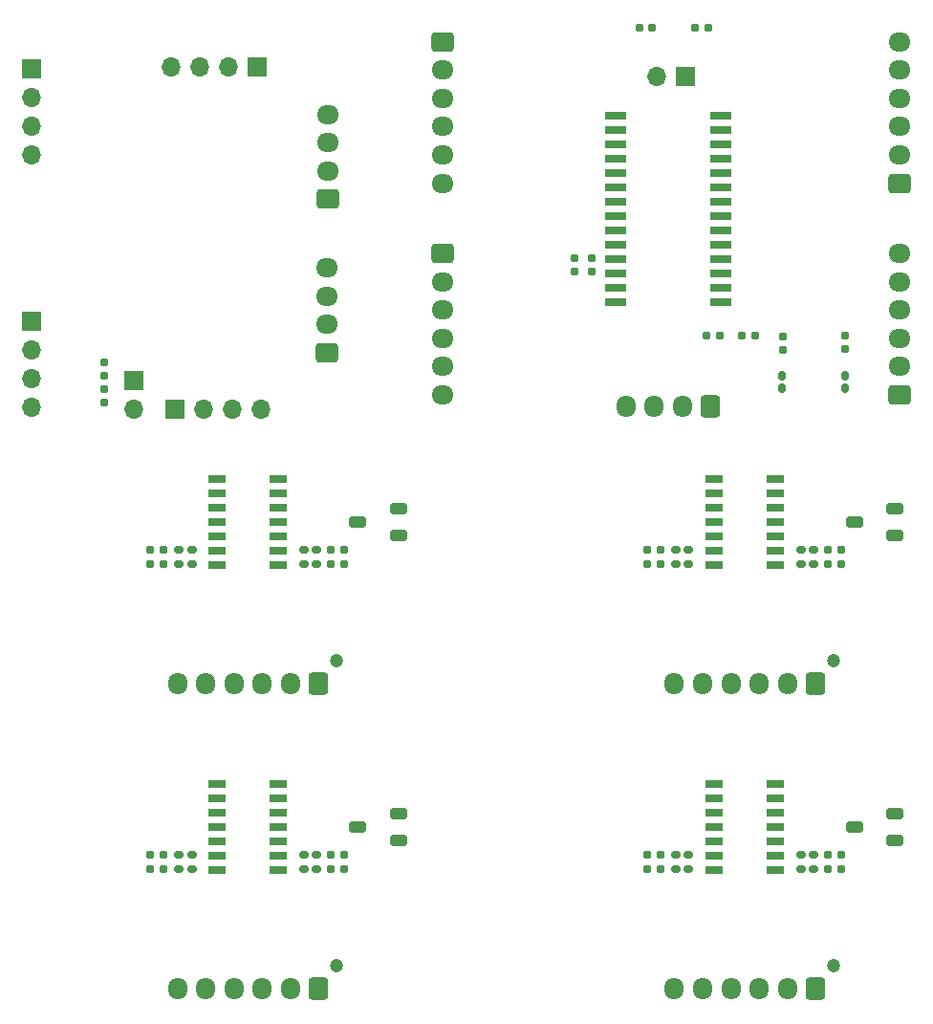
<source format=gbr>
%TF.GenerationSoftware,KiCad,Pcbnew,8.0.2*%
%TF.CreationDate,2024-05-05T14:43:23+02:00*%
%TF.ProjectId,Panelizacja 1,50616e65-6c69-47a6-9163-6a6120312e6b,rev?*%
%TF.SameCoordinates,Original*%
%TF.FileFunction,Soldermask,Top*%
%TF.FilePolarity,Negative*%
%FSLAX46Y46*%
G04 Gerber Fmt 4.6, Leading zero omitted, Abs format (unit mm)*
G04 Created by KiCad (PCBNEW 8.0.2) date 2024-05-05 14:43:23*
%MOMM*%
%LPD*%
G01*
G04 APERTURE LIST*
G04 Aperture macros list*
%AMRoundRect*
0 Rectangle with rounded corners*
0 $1 Rounding radius*
0 $2 $3 $4 $5 $6 $7 $8 $9 X,Y pos of 4 corners*
0 Add a 4 corners polygon primitive as box body*
4,1,4,$2,$3,$4,$5,$6,$7,$8,$9,$2,$3,0*
0 Add four circle primitives for the rounded corners*
1,1,$1+$1,$2,$3*
1,1,$1+$1,$4,$5*
1,1,$1+$1,$6,$7*
1,1,$1+$1,$8,$9*
0 Add four rect primitives between the rounded corners*
20,1,$1+$1,$2,$3,$4,$5,0*
20,1,$1+$1,$4,$5,$6,$7,0*
20,1,$1+$1,$6,$7,$8,$9,0*
20,1,$1+$1,$8,$9,$2,$3,0*%
G04 Aperture macros list end*
%ADD10RoundRect,0.155000X-0.155000X0.212500X-0.155000X-0.212500X0.155000X-0.212500X0.155000X0.212500X0*%
%ADD11RoundRect,0.155000X0.212500X0.155000X-0.212500X0.155000X-0.212500X-0.155000X0.212500X-0.155000X0*%
%ADD12R,1.700000X1.700000*%
%ADD13O,1.700000X1.700000*%
%ADD14RoundRect,0.160000X0.160000X-0.222500X0.160000X0.222500X-0.160000X0.222500X-0.160000X-0.222500X0*%
%ADD15RoundRect,0.250000X0.600000X0.725000X-0.600000X0.725000X-0.600000X-0.725000X0.600000X-0.725000X0*%
%ADD16O,1.700000X1.950000*%
%ADD17RoundRect,0.250000X0.725000X-0.600000X0.725000X0.600000X-0.725000X0.600000X-0.725000X-0.600000X0*%
%ADD18O,1.950000X1.700000*%
%ADD19RoundRect,0.160000X-0.197500X-0.160000X0.197500X-0.160000X0.197500X0.160000X-0.197500X0.160000X0*%
%ADD20R,1.850000X0.650000*%
%ADD21RoundRect,0.250000X-0.725000X0.600000X-0.725000X-0.600000X0.725000X-0.600000X0.725000X0.600000X0*%
%ADD22RoundRect,0.160000X-0.160000X0.197500X-0.160000X-0.197500X0.160000X-0.197500X0.160000X0.197500X0*%
%ADD23RoundRect,0.160000X0.197500X0.160000X-0.197500X0.160000X-0.197500X-0.160000X0.197500X-0.160000X0*%
%ADD24RoundRect,0.250000X0.500000X0.250000X-0.500000X0.250000X-0.500000X-0.250000X0.500000X-0.250000X0*%
%ADD25RoundRect,0.160000X0.222500X0.160000X-0.222500X0.160000X-0.222500X-0.160000X0.222500X-0.160000X0*%
%ADD26C,1.200000*%
%ADD27RoundRect,0.160000X-0.222500X-0.160000X0.222500X-0.160000X0.222500X0.160000X-0.222500X0.160000X0*%
%ADD28R,1.525000X0.700000*%
G04 APERTURE END LIST*
D10*
%TO.C,C2*%
X66000000Y-48682500D03*
X66000000Y-49817500D03*
%TD*%
D11*
%TO.C,C1*%
X72817500Y-28250000D03*
X71682500Y-28250000D03*
%TD*%
D12*
%TO.C,J6*%
X75750000Y-32525000D03*
D13*
X73210000Y-32525000D03*
%TD*%
D14*
%TO.C,D1*%
X84300000Y-60172500D03*
X84300000Y-59027500D03*
%TD*%
D15*
%TO.C,J2*%
X78000000Y-61750000D03*
D16*
X75500000Y-61750000D03*
X73000000Y-61750000D03*
X70500000Y-61750000D03*
%TD*%
D17*
%TO.C,J1*%
X94750000Y-60750000D03*
D18*
X94750000Y-58250000D03*
X94750000Y-55750000D03*
X94750000Y-53250000D03*
X94750000Y-50750000D03*
X94750000Y-48250000D03*
%TD*%
D19*
%TO.C,R2*%
X80805000Y-55500000D03*
X82000000Y-55500000D03*
%TD*%
D10*
%TO.C,C3*%
X67500000Y-48682500D03*
X67500000Y-49817500D03*
%TD*%
D20*
%TO.C,IC1*%
X69575000Y-35995000D03*
X69575000Y-37265000D03*
X69575000Y-38535000D03*
X69575000Y-39805000D03*
X69575000Y-41075000D03*
X69575000Y-42345000D03*
X69575000Y-43615000D03*
X69575000Y-44885000D03*
X69575000Y-46155000D03*
X69575000Y-47425000D03*
X69575000Y-48695000D03*
X69575000Y-49965000D03*
X69575000Y-51235000D03*
X69575000Y-52505000D03*
X78925000Y-52505000D03*
X78925000Y-51235000D03*
X78925000Y-49965000D03*
X78925000Y-48695000D03*
X78925000Y-47425000D03*
X78925000Y-46155000D03*
X78925000Y-44885000D03*
X78925000Y-43615000D03*
X78925000Y-42345000D03*
X78925000Y-41075000D03*
X78925000Y-39805000D03*
X78925000Y-38535000D03*
X78925000Y-37265000D03*
X78925000Y-35995000D03*
%TD*%
D19*
%TO.C,R1*%
X77652500Y-55500000D03*
X78847500Y-55500000D03*
%TD*%
D21*
%TO.C,J4*%
X54250000Y-29500000D03*
D18*
X54250000Y-32000000D03*
X54250000Y-34500000D03*
X54250000Y-37000000D03*
X54250000Y-39500000D03*
X54250000Y-42000000D03*
%TD*%
D22*
%TO.C,R4*%
X84400000Y-55602500D03*
X84400000Y-56797500D03*
%TD*%
D14*
%TO.C,D2*%
X89900000Y-60172500D03*
X89900000Y-59027500D03*
%TD*%
D23*
%TO.C,R3*%
X77847500Y-28250000D03*
X76652500Y-28250000D03*
%TD*%
D22*
%TO.C,R5*%
X89900000Y-55502500D03*
X89900000Y-56697500D03*
%TD*%
D21*
%TO.C,J5*%
X54250000Y-48250000D03*
D18*
X54250000Y-50750000D03*
X54250000Y-53250000D03*
X54250000Y-55750000D03*
X54250000Y-58250000D03*
X54250000Y-60750000D03*
%TD*%
D17*
%TO.C,J3*%
X94750000Y-42000000D03*
D18*
X94750000Y-39500000D03*
X94750000Y-37000000D03*
X94750000Y-34500000D03*
X94750000Y-32000000D03*
X94750000Y-29500000D03*
%TD*%
D24*
%TO.C,RV1*%
X50350000Y-73200000D03*
X46750000Y-72000000D03*
X50350000Y-70800000D03*
%TD*%
D25*
%TO.C,D1*%
X32072500Y-75750000D03*
X30927500Y-75750000D03*
%TD*%
D24*
%TO.C,RV1*%
X50350000Y-100200000D03*
X46750000Y-99000000D03*
X50350000Y-97800000D03*
%TD*%
D26*
%TO.C,J1*%
X44911000Y-111325000D03*
D15*
X43311000Y-113325000D03*
D16*
X40811000Y-113325000D03*
X38311000Y-113325000D03*
X35811000Y-113325000D03*
X33311000Y-113325000D03*
X30811000Y-113325000D03*
%TD*%
D10*
%TO.C,C4*%
X24300000Y-60265000D03*
X24300000Y-61400000D03*
%TD*%
D22*
%TO.C,R35*%
X24300000Y-57902500D03*
X24300000Y-59097500D03*
%TD*%
D27*
%TO.C,D4*%
X42000000Y-102750000D03*
X43145000Y-102750000D03*
%TD*%
D25*
%TO.C,D2*%
X76072500Y-101500000D03*
X74927500Y-101500000D03*
%TD*%
D23*
%TO.C,R7*%
X89597500Y-102750000D03*
X88402500Y-102750000D03*
%TD*%
%TO.C,R6*%
X45597500Y-101500000D03*
X44402500Y-101500000D03*
%TD*%
%TO.C,R6*%
X89597500Y-101500000D03*
X88402500Y-101500000D03*
%TD*%
D24*
%TO.C,RV1*%
X94350000Y-73200000D03*
X90750000Y-72000000D03*
X94350000Y-70800000D03*
%TD*%
D25*
%TO.C,D2*%
X32072500Y-101500000D03*
X30927500Y-101500000D03*
%TD*%
D27*
%TO.C,D3*%
X86000000Y-101500000D03*
X87145000Y-101500000D03*
%TD*%
D23*
%TO.C,R7*%
X45597500Y-102750000D03*
X44402500Y-102750000D03*
%TD*%
%TO.C,R6*%
X45597500Y-74500000D03*
X44402500Y-74500000D03*
%TD*%
D28*
%TO.C,U1*%
X39712000Y-75810000D03*
X39712000Y-74540000D03*
X39712000Y-73270000D03*
X39712000Y-72000000D03*
X39712000Y-70730000D03*
X39712000Y-69460000D03*
X39712000Y-68190000D03*
X34288000Y-68190000D03*
X34288000Y-69460000D03*
X34288000Y-70730000D03*
X34288000Y-72000000D03*
X34288000Y-73270000D03*
X34288000Y-74540000D03*
X34288000Y-75810000D03*
%TD*%
D25*
%TO.C,D2*%
X76072500Y-74500000D03*
X74927500Y-74500000D03*
%TD*%
D12*
%TO.C,J2*%
X30580000Y-62000000D03*
D13*
X33120000Y-62000000D03*
X35660000Y-62000000D03*
X38200000Y-62000000D03*
%TD*%
D23*
%TO.C,R7*%
X89597500Y-75750000D03*
X88402500Y-75750000D03*
%TD*%
D12*
%TO.C,J4*%
X17900000Y-31900000D03*
D13*
X17900000Y-34440000D03*
X17900000Y-36980000D03*
X17900000Y-39520000D03*
%TD*%
D19*
%TO.C,R12*%
X72402500Y-75750000D03*
X73597500Y-75750000D03*
%TD*%
D27*
%TO.C,D3*%
X42000000Y-101500000D03*
X43145000Y-101500000D03*
%TD*%
D25*
%TO.C,D1*%
X32072500Y-102750000D03*
X30927500Y-102750000D03*
%TD*%
D19*
%TO.C,R1*%
X28402500Y-101500000D03*
X29597500Y-101500000D03*
%TD*%
%TO.C,R12*%
X28402500Y-75750000D03*
X29597500Y-75750000D03*
%TD*%
D12*
%TO.C,J6*%
X26900000Y-59500000D03*
D13*
X26900000Y-62040000D03*
%TD*%
D25*
%TO.C,D2*%
X32072500Y-74500000D03*
X30927500Y-74500000D03*
%TD*%
%TO.C,D1*%
X76072500Y-75750000D03*
X74927500Y-75750000D03*
%TD*%
D19*
%TO.C,R1*%
X72402500Y-101500000D03*
X73597500Y-101500000D03*
%TD*%
D24*
%TO.C,RV1*%
X94350000Y-100200000D03*
X90750000Y-99000000D03*
X94350000Y-97800000D03*
%TD*%
D27*
%TO.C,D4*%
X86000000Y-75750000D03*
X87145000Y-75750000D03*
%TD*%
D28*
%TO.C,U1*%
X83712000Y-102810000D03*
X83712000Y-101540000D03*
X83712000Y-100270000D03*
X83712000Y-99000000D03*
X83712000Y-97730000D03*
X83712000Y-96460000D03*
X83712000Y-95190000D03*
X78288000Y-95190000D03*
X78288000Y-96460000D03*
X78288000Y-97730000D03*
X78288000Y-99000000D03*
X78288000Y-100270000D03*
X78288000Y-101540000D03*
X78288000Y-102810000D03*
%TD*%
D19*
%TO.C,R1*%
X72402500Y-74500000D03*
X73597500Y-74500000D03*
%TD*%
D27*
%TO.C,D3*%
X42000000Y-74500000D03*
X43145000Y-74500000D03*
%TD*%
D26*
%TO.C,J1*%
X88911000Y-84325000D03*
D15*
X87311000Y-86325000D03*
D16*
X84811000Y-86325000D03*
X82311000Y-86325000D03*
X79811000Y-86325000D03*
X77311000Y-86325000D03*
X74811000Y-86325000D03*
%TD*%
D19*
%TO.C,R12*%
X72402500Y-102750000D03*
X73597500Y-102750000D03*
%TD*%
D17*
%TO.C,J7*%
X44100000Y-43400000D03*
D18*
X44100000Y-40900000D03*
X44100000Y-38400000D03*
X44100000Y-35900000D03*
%TD*%
D12*
%TO.C,J3*%
X17900000Y-54220000D03*
D13*
X17900000Y-56760000D03*
X17900000Y-59300000D03*
X17900000Y-61840000D03*
%TD*%
D27*
%TO.C,D3*%
X86000000Y-74500000D03*
X87145000Y-74500000D03*
%TD*%
D19*
%TO.C,R12*%
X28402500Y-102750000D03*
X29597500Y-102750000D03*
%TD*%
D26*
%TO.C,J1*%
X44911000Y-84325000D03*
D15*
X43311000Y-86325000D03*
D16*
X40811000Y-86325000D03*
X38311000Y-86325000D03*
X35811000Y-86325000D03*
X33311000Y-86325000D03*
X30811000Y-86325000D03*
%TD*%
D19*
%TO.C,R1*%
X28402500Y-74500000D03*
X29597500Y-74500000D03*
%TD*%
D27*
%TO.C,D4*%
X86000000Y-102750000D03*
X87145000Y-102750000D03*
%TD*%
D23*
%TO.C,R7*%
X45597500Y-75750000D03*
X44402500Y-75750000D03*
%TD*%
D12*
%TO.C,J5*%
X37900000Y-31700000D03*
D13*
X35360000Y-31700000D03*
X32820000Y-31700000D03*
X30280000Y-31700000D03*
%TD*%
D27*
%TO.C,D4*%
X42000000Y-75750000D03*
X43145000Y-75750000D03*
%TD*%
D28*
%TO.C,U1*%
X83712000Y-75810000D03*
X83712000Y-74540000D03*
X83712000Y-73270000D03*
X83712000Y-72000000D03*
X83712000Y-70730000D03*
X83712000Y-69460000D03*
X83712000Y-68190000D03*
X78288000Y-68190000D03*
X78288000Y-69460000D03*
X78288000Y-70730000D03*
X78288000Y-72000000D03*
X78288000Y-73270000D03*
X78288000Y-74540000D03*
X78288000Y-75810000D03*
%TD*%
D17*
%TO.C,J1*%
X44000000Y-57000000D03*
D18*
X44000000Y-54500000D03*
X44000000Y-52000000D03*
X44000000Y-49500000D03*
%TD*%
D25*
%TO.C,D1*%
X76072500Y-102750000D03*
X74927500Y-102750000D03*
%TD*%
D26*
%TO.C,J1*%
X88911000Y-111325000D03*
D15*
X87311000Y-113325000D03*
D16*
X84811000Y-113325000D03*
X82311000Y-113325000D03*
X79811000Y-113325000D03*
X77311000Y-113325000D03*
X74811000Y-113325000D03*
%TD*%
D23*
%TO.C,R6*%
X89597500Y-74500000D03*
X88402500Y-74500000D03*
%TD*%
D28*
%TO.C,U1*%
X39712000Y-102810000D03*
X39712000Y-101540000D03*
X39712000Y-100270000D03*
X39712000Y-99000000D03*
X39712000Y-97730000D03*
X39712000Y-96460000D03*
X39712000Y-95190000D03*
X34288000Y-95190000D03*
X34288000Y-96460000D03*
X34288000Y-97730000D03*
X34288000Y-99000000D03*
X34288000Y-100270000D03*
X34288000Y-101540000D03*
X34288000Y-102810000D03*
%TD*%
M02*

</source>
